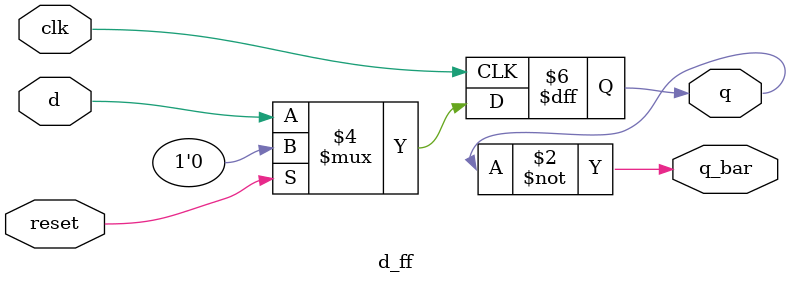
<source format=v>
module d_ff(
    input clk,        // Clock signal (positive edge triggered)
    input reset,      // Asynchronous reset signal (active high)
    input d,          // Data input
    output reg q,     // Flip-flop output
    output q_bar      // Complement of the output
);

    // Always block triggered on rising edge of clock
    always @(posedge clk) begin
        if (reset) begin
            // If reset is active, set output to 0
            q <= 1'b0;
        end else begin
            // Otherwise, capture the value of 'd' at clock edge
            q <= d;
        end
    end

    // Continuous assignment: q_bar is the complement of q
    assign q_bar = ~q;

endmodule

</source>
